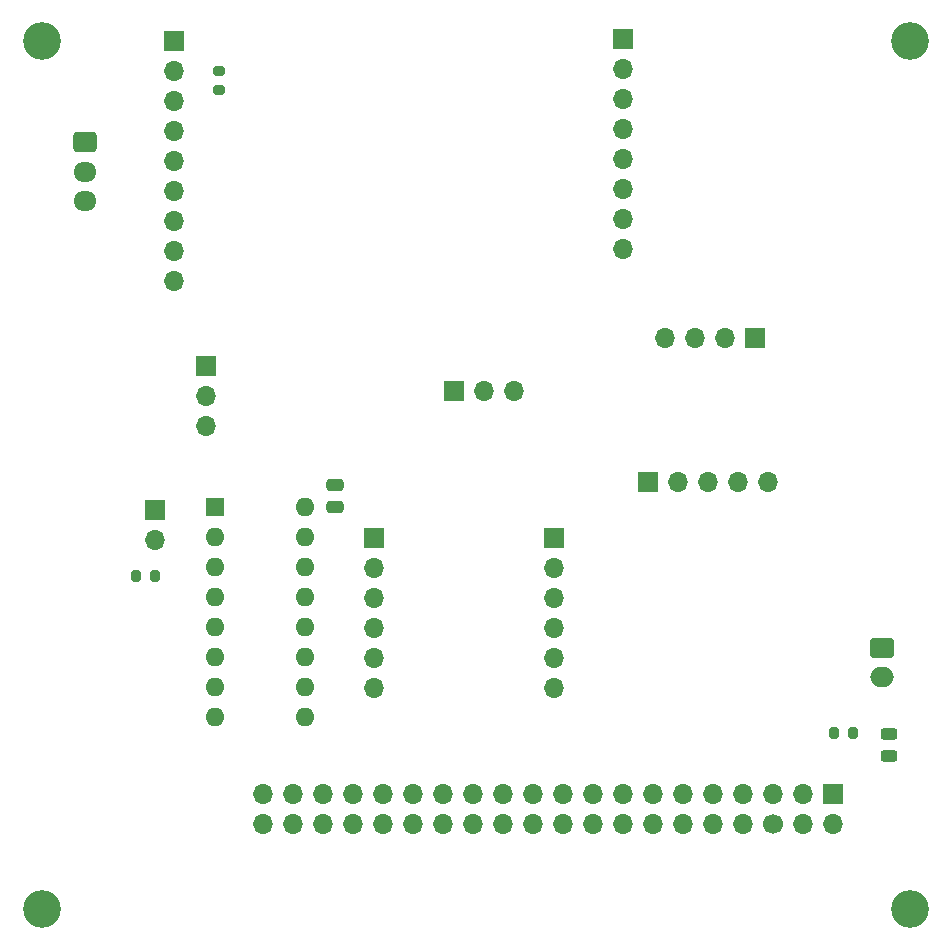
<source format=gbr>
%TF.GenerationSoftware,KiCad,Pcbnew,7.0.8-7.0.8~ubuntu22.04.1*%
%TF.CreationDate,2023-10-06T08:27:01+03:00*%
%TF.ProjectId,Omarichet Sensor Board v1.5,4f6d6172-6963-4686-9574-2053656e736f,rev?*%
%TF.SameCoordinates,Original*%
%TF.FileFunction,Soldermask,Top*%
%TF.FilePolarity,Negative*%
%FSLAX46Y46*%
G04 Gerber Fmt 4.6, Leading zero omitted, Abs format (unit mm)*
G04 Created by KiCad (PCBNEW 7.0.8-7.0.8~ubuntu22.04.1) date 2023-10-06 08:27:01*
%MOMM*%
%LPD*%
G01*
G04 APERTURE LIST*
G04 Aperture macros list*
%AMRoundRect*
0 Rectangle with rounded corners*
0 $1 Rounding radius*
0 $2 $3 $4 $5 $6 $7 $8 $9 X,Y pos of 4 corners*
0 Add a 4 corners polygon primitive as box body*
4,1,4,$2,$3,$4,$5,$6,$7,$8,$9,$2,$3,0*
0 Add four circle primitives for the rounded corners*
1,1,$1+$1,$2,$3*
1,1,$1+$1,$4,$5*
1,1,$1+$1,$6,$7*
1,1,$1+$1,$8,$9*
0 Add four rect primitives between the rounded corners*
20,1,$1+$1,$2,$3,$4,$5,0*
20,1,$1+$1,$4,$5,$6,$7,0*
20,1,$1+$1,$6,$7,$8,$9,0*
20,1,$1+$1,$8,$9,$2,$3,0*%
G04 Aperture macros list end*
%ADD10R,1.700000X1.700000*%
%ADD11O,1.700000X1.700000*%
%ADD12C,3.200000*%
%ADD13RoundRect,0.200000X-0.275000X0.200000X-0.275000X-0.200000X0.275000X-0.200000X0.275000X0.200000X0*%
%ADD14RoundRect,0.243750X0.456250X-0.243750X0.456250X0.243750X-0.456250X0.243750X-0.456250X-0.243750X0*%
%ADD15RoundRect,0.250000X0.475000X-0.250000X0.475000X0.250000X-0.475000X0.250000X-0.475000X-0.250000X0*%
%ADD16R,1.600000X1.600000*%
%ADD17O,1.600000X1.600000*%
%ADD18RoundRect,0.200000X0.200000X0.275000X-0.200000X0.275000X-0.200000X-0.275000X0.200000X-0.275000X0*%
%ADD19RoundRect,0.200000X-0.200000X-0.275000X0.200000X-0.275000X0.200000X0.275000X-0.200000X0.275000X0*%
%ADD20RoundRect,0.250000X-0.750000X0.600000X-0.750000X-0.600000X0.750000X-0.600000X0.750000X0.600000X0*%
%ADD21O,2.000000X1.700000*%
%ADD22RoundRect,0.250000X-0.725000X0.600000X-0.725000X-0.600000X0.725000X-0.600000X0.725000X0.600000X0*%
%ADD23O,1.950000X1.700000*%
%ADD24C,1.700000*%
G04 APERTURE END LIST*
D10*
%TO.C,J8*%
X100445000Y-106645000D03*
D11*
X100445000Y-109185000D03*
X100445000Y-111725000D03*
X100445000Y-114265000D03*
X100445000Y-116805000D03*
X100445000Y-119345000D03*
%TD*%
D10*
%TO.C,J6*%
X83455000Y-64560000D03*
D11*
X83455000Y-67100000D03*
X83455000Y-69640000D03*
X83455000Y-72180000D03*
X83455000Y-74720000D03*
X83455000Y-77260000D03*
X83455000Y-79800000D03*
X83455000Y-82340000D03*
X83455000Y-84880000D03*
%TD*%
D12*
%TO.C,H4*%
X145770000Y-138110000D03*
%TD*%
D10*
%TO.C,J2*%
X107160000Y-94230000D03*
D11*
X109700000Y-94230000D03*
X112240000Y-94230000D03*
%TD*%
D10*
%TO.C,J4*%
X121475000Y-64375000D03*
D11*
X121475000Y-66915000D03*
X121475000Y-69455000D03*
X121475000Y-71995000D03*
X121475000Y-74535000D03*
X121475000Y-77075000D03*
X121475000Y-79615000D03*
X121475000Y-82155000D03*
%TD*%
D10*
%TO.C,J5*%
X132645000Y-89750000D03*
D11*
X130105000Y-89750000D03*
X127565000Y-89750000D03*
X125025000Y-89750000D03*
%TD*%
D12*
%TO.C,H1*%
X72260000Y-64590000D03*
%TD*%
D13*
%TO.C,R2*%
X87300000Y-67100000D03*
X87300000Y-68750000D03*
%TD*%
D10*
%TO.C,J1*%
X81900000Y-104320000D03*
D11*
X81900000Y-106860000D03*
%TD*%
D12*
%TO.C,H2*%
X145760000Y-64600000D03*
%TD*%
D14*
%TO.C,D1*%
X144018000Y-125143500D03*
X144018000Y-123268500D03*
%TD*%
D15*
%TO.C,C1*%
X97100000Y-104070000D03*
X97100000Y-102170000D03*
%TD*%
D12*
%TO.C,H3*%
X72260000Y-138100000D03*
%TD*%
D16*
%TO.C,U1*%
X86940000Y-104070000D03*
D17*
X86940000Y-106610000D03*
X86940000Y-109150000D03*
X86940000Y-111690000D03*
X86940000Y-114230000D03*
X86940000Y-116770000D03*
X86940000Y-119310000D03*
X86940000Y-121850000D03*
X94560000Y-121850000D03*
X94560000Y-119310000D03*
X94560000Y-116770000D03*
X94560000Y-114230000D03*
X94560000Y-111690000D03*
X94560000Y-109150000D03*
X94560000Y-106610000D03*
X94560000Y-104070000D03*
%TD*%
D18*
%TO.C,R1*%
X81900000Y-109900000D03*
X80250000Y-109900000D03*
%TD*%
D10*
%TO.C,J10*%
X115665000Y-106645000D03*
D11*
X115665000Y-109185000D03*
X115665000Y-111725000D03*
X115665000Y-114265000D03*
X115665000Y-116805000D03*
X115665000Y-119345000D03*
%TD*%
D10*
%TO.C,J7*%
X86160000Y-92095000D03*
D11*
X86160000Y-94635000D03*
X86160000Y-97175000D03*
%TD*%
D19*
%TO.C,R3*%
X139320000Y-123190000D03*
X140970000Y-123190000D03*
%TD*%
D10*
%TO.C,J3*%
X123600000Y-101960000D03*
D11*
X126140000Y-101960000D03*
X128680000Y-101960000D03*
X131220000Y-101960000D03*
X133760000Y-101960000D03*
%TD*%
D20*
%TO.C,J12*%
X143450000Y-115960000D03*
D21*
X143450000Y-118460000D03*
%TD*%
D22*
%TO.C,J11*%
X75900000Y-73150000D03*
D23*
X75900000Y-75650000D03*
X75900000Y-78150000D03*
%TD*%
D10*
%TO.C,J9*%
X139250000Y-128320000D03*
D11*
X139250000Y-130860000D03*
X136710000Y-128320000D03*
X136710000Y-130860000D03*
X134170000Y-128320000D03*
D24*
X134170000Y-130860000D03*
D11*
X131630000Y-128320000D03*
X131630000Y-130860000D03*
X129090000Y-128320000D03*
X129090000Y-130860000D03*
X126550000Y-128320000D03*
X126550000Y-130860000D03*
X124010000Y-128320000D03*
X124010000Y-130860000D03*
X121470000Y-128320000D03*
X121470000Y-130860000D03*
X118930000Y-128320000D03*
X118930000Y-130860000D03*
X116390000Y-128320000D03*
X116390000Y-130860000D03*
X113850000Y-128320000D03*
X113850000Y-130860000D03*
X111310000Y-128320000D03*
X111310000Y-130860000D03*
X108770000Y-128320000D03*
X108770000Y-130860000D03*
X106230000Y-128320000D03*
X106230000Y-130860000D03*
X103690000Y-128320000D03*
X103690000Y-130860000D03*
X101150000Y-128320000D03*
X101150000Y-130860000D03*
X98610000Y-128320000D03*
X98610000Y-130860000D03*
X96070000Y-128320000D03*
X96070000Y-130860000D03*
X93530000Y-128320000D03*
X93530000Y-130860000D03*
X90990000Y-128320000D03*
X90990000Y-130860000D03*
%TD*%
M02*

</source>
